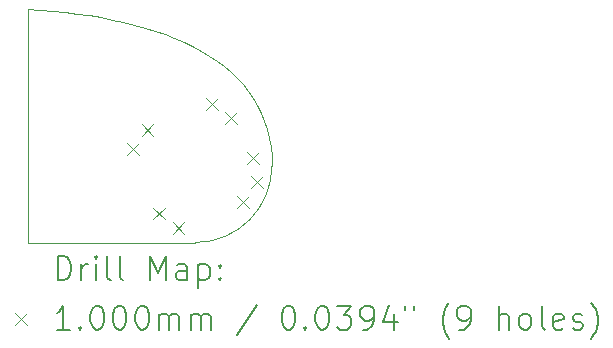
<source format=gbr>
%TF.GenerationSoftware,KiCad,Pcbnew,7.0.5*%
%TF.CreationDate,2023-06-18T14:48:46+02:00*%
%TF.ProjectId,LH_RKJXM1015004_thumb,4c485f52-4b4a-4584-9d31-303135303034,rev?*%
%TF.SameCoordinates,Original*%
%TF.FileFunction,Drillmap*%
%TF.FilePolarity,Positive*%
%FSLAX45Y45*%
G04 Gerber Fmt 4.5, Leading zero omitted, Abs format (unit mm)*
G04 Created by KiCad (PCBNEW 7.0.5) date 2023-06-18 14:48:46*
%MOMM*%
%LPD*%
G01*
G04 APERTURE LIST*
%ADD10C,0.100000*%
%ADD11C,0.200000*%
G04 APERTURE END LIST*
D10*
X7600001Y-4500001D02*
X6181686Y-4500001D01*
X7600001Y-4500001D02*
G75*
G03*
X8250001Y-3850001I-1J650001D01*
G01*
X6181686Y-2520161D02*
X6181686Y-4500001D01*
X6181686Y-2520161D02*
X6289183Y-2528051D01*
X6395148Y-2537625D01*
X6499459Y-2548932D01*
X6601990Y-2562022D01*
X6702619Y-2576942D01*
X6801223Y-2593741D01*
X6897678Y-2612469D01*
X6991861Y-2633174D01*
X7083649Y-2655904D01*
X7172918Y-2680709D01*
X7259545Y-2707637D01*
X7343406Y-2736738D01*
X7424379Y-2768059D01*
X7502340Y-2801650D01*
X7577166Y-2837560D01*
X7648733Y-2875836D01*
X7716918Y-2916529D01*
X7781598Y-2959686D01*
X7842649Y-3005357D01*
X7899949Y-3053591D01*
X7953373Y-3104435D01*
X8002798Y-3157939D01*
X8048102Y-3214152D01*
X8089160Y-3273122D01*
X8125850Y-3334898D01*
X8158048Y-3399529D01*
X8185631Y-3467064D01*
X8208475Y-3537551D01*
X8226458Y-3611040D01*
X8239455Y-3687578D01*
X8247344Y-3767216D01*
X8250001Y-3850001D01*
D11*
D10*
X7024066Y-3659935D02*
X7124066Y-3759935D01*
X7124066Y-3659935D02*
X7024066Y-3759935D01*
X7146271Y-3496638D02*
X7246271Y-3596638D01*
X7246271Y-3496638D02*
X7146271Y-3596638D01*
X7246638Y-4203729D02*
X7346638Y-4303729D01*
X7346638Y-4203729D02*
X7246638Y-4303729D01*
X7409935Y-4325934D02*
X7509935Y-4425934D01*
X7509935Y-4325934D02*
X7409935Y-4425934D01*
X7690065Y-3274066D02*
X7790065Y-3374066D01*
X7790065Y-3274066D02*
X7690065Y-3374066D01*
X7853361Y-3396271D02*
X7953361Y-3496271D01*
X7953361Y-3396271D02*
X7853361Y-3496271D01*
X7953729Y-4103361D02*
X8053729Y-4203362D01*
X8053729Y-4103361D02*
X7953729Y-4203362D01*
X8040811Y-3734964D02*
X8140811Y-3834964D01*
X8140811Y-3734964D02*
X8040811Y-3834964D01*
X8075934Y-3940065D02*
X8175934Y-4040065D01*
X8175934Y-3940065D02*
X8075934Y-4040065D01*
D11*
X6437462Y-4816485D02*
X6437462Y-4616485D01*
X6437462Y-4616485D02*
X6485081Y-4616485D01*
X6485081Y-4616485D02*
X6513653Y-4626009D01*
X6513653Y-4626009D02*
X6532700Y-4645056D01*
X6532700Y-4645056D02*
X6542224Y-4664104D01*
X6542224Y-4664104D02*
X6551748Y-4702199D01*
X6551748Y-4702199D02*
X6551748Y-4730770D01*
X6551748Y-4730770D02*
X6542224Y-4768866D01*
X6542224Y-4768866D02*
X6532700Y-4787913D01*
X6532700Y-4787913D02*
X6513653Y-4806961D01*
X6513653Y-4806961D02*
X6485081Y-4816485D01*
X6485081Y-4816485D02*
X6437462Y-4816485D01*
X6637462Y-4816485D02*
X6637462Y-4683151D01*
X6637462Y-4721247D02*
X6646986Y-4702199D01*
X6646986Y-4702199D02*
X6656510Y-4692675D01*
X6656510Y-4692675D02*
X6675558Y-4683151D01*
X6675558Y-4683151D02*
X6694605Y-4683151D01*
X6761272Y-4816485D02*
X6761272Y-4683151D01*
X6761272Y-4616485D02*
X6751748Y-4626009D01*
X6751748Y-4626009D02*
X6761272Y-4635532D01*
X6761272Y-4635532D02*
X6770796Y-4626009D01*
X6770796Y-4626009D02*
X6761272Y-4616485D01*
X6761272Y-4616485D02*
X6761272Y-4635532D01*
X6885081Y-4816485D02*
X6866034Y-4806961D01*
X6866034Y-4806961D02*
X6856510Y-4787913D01*
X6856510Y-4787913D02*
X6856510Y-4616485D01*
X6989843Y-4816485D02*
X6970796Y-4806961D01*
X6970796Y-4806961D02*
X6961272Y-4787913D01*
X6961272Y-4787913D02*
X6961272Y-4616485D01*
X7218415Y-4816485D02*
X7218415Y-4616485D01*
X7218415Y-4616485D02*
X7285081Y-4759342D01*
X7285081Y-4759342D02*
X7351748Y-4616485D01*
X7351748Y-4616485D02*
X7351748Y-4816485D01*
X7532700Y-4816485D02*
X7532700Y-4711723D01*
X7532700Y-4711723D02*
X7523177Y-4692675D01*
X7523177Y-4692675D02*
X7504129Y-4683151D01*
X7504129Y-4683151D02*
X7466034Y-4683151D01*
X7466034Y-4683151D02*
X7446986Y-4692675D01*
X7532700Y-4806961D02*
X7513653Y-4816485D01*
X7513653Y-4816485D02*
X7466034Y-4816485D01*
X7466034Y-4816485D02*
X7446986Y-4806961D01*
X7446986Y-4806961D02*
X7437462Y-4787913D01*
X7437462Y-4787913D02*
X7437462Y-4768866D01*
X7437462Y-4768866D02*
X7446986Y-4749818D01*
X7446986Y-4749818D02*
X7466034Y-4740294D01*
X7466034Y-4740294D02*
X7513653Y-4740294D01*
X7513653Y-4740294D02*
X7532700Y-4730770D01*
X7627939Y-4683151D02*
X7627939Y-4883151D01*
X7627939Y-4692675D02*
X7646986Y-4683151D01*
X7646986Y-4683151D02*
X7685081Y-4683151D01*
X7685081Y-4683151D02*
X7704129Y-4692675D01*
X7704129Y-4692675D02*
X7713653Y-4702199D01*
X7713653Y-4702199D02*
X7723177Y-4721247D01*
X7723177Y-4721247D02*
X7723177Y-4778389D01*
X7723177Y-4778389D02*
X7713653Y-4797437D01*
X7713653Y-4797437D02*
X7704129Y-4806961D01*
X7704129Y-4806961D02*
X7685081Y-4816485D01*
X7685081Y-4816485D02*
X7646986Y-4816485D01*
X7646986Y-4816485D02*
X7627939Y-4806961D01*
X7808891Y-4797437D02*
X7818415Y-4806961D01*
X7818415Y-4806961D02*
X7808891Y-4816485D01*
X7808891Y-4816485D02*
X7799367Y-4806961D01*
X7799367Y-4806961D02*
X7808891Y-4797437D01*
X7808891Y-4797437D02*
X7808891Y-4816485D01*
X7808891Y-4692675D02*
X7818415Y-4702199D01*
X7818415Y-4702199D02*
X7808891Y-4711723D01*
X7808891Y-4711723D02*
X7799367Y-4702199D01*
X7799367Y-4702199D02*
X7808891Y-4692675D01*
X7808891Y-4692675D02*
X7808891Y-4711723D01*
D10*
X6076686Y-5095001D02*
X6176686Y-5195001D01*
X6176686Y-5095001D02*
X6076686Y-5195001D01*
D11*
X6542224Y-5236485D02*
X6427939Y-5236485D01*
X6485081Y-5236485D02*
X6485081Y-5036485D01*
X6485081Y-5036485D02*
X6466034Y-5065056D01*
X6466034Y-5065056D02*
X6446986Y-5084104D01*
X6446986Y-5084104D02*
X6427939Y-5093628D01*
X6627939Y-5217437D02*
X6637462Y-5226961D01*
X6637462Y-5226961D02*
X6627939Y-5236485D01*
X6627939Y-5236485D02*
X6618415Y-5226961D01*
X6618415Y-5226961D02*
X6627939Y-5217437D01*
X6627939Y-5217437D02*
X6627939Y-5236485D01*
X6761272Y-5036485D02*
X6780320Y-5036485D01*
X6780320Y-5036485D02*
X6799367Y-5046009D01*
X6799367Y-5046009D02*
X6808891Y-5055532D01*
X6808891Y-5055532D02*
X6818415Y-5074580D01*
X6818415Y-5074580D02*
X6827939Y-5112675D01*
X6827939Y-5112675D02*
X6827939Y-5160294D01*
X6827939Y-5160294D02*
X6818415Y-5198389D01*
X6818415Y-5198389D02*
X6808891Y-5217437D01*
X6808891Y-5217437D02*
X6799367Y-5226961D01*
X6799367Y-5226961D02*
X6780320Y-5236485D01*
X6780320Y-5236485D02*
X6761272Y-5236485D01*
X6761272Y-5236485D02*
X6742224Y-5226961D01*
X6742224Y-5226961D02*
X6732700Y-5217437D01*
X6732700Y-5217437D02*
X6723177Y-5198389D01*
X6723177Y-5198389D02*
X6713653Y-5160294D01*
X6713653Y-5160294D02*
X6713653Y-5112675D01*
X6713653Y-5112675D02*
X6723177Y-5074580D01*
X6723177Y-5074580D02*
X6732700Y-5055532D01*
X6732700Y-5055532D02*
X6742224Y-5046009D01*
X6742224Y-5046009D02*
X6761272Y-5036485D01*
X6951748Y-5036485D02*
X6970796Y-5036485D01*
X6970796Y-5036485D02*
X6989843Y-5046009D01*
X6989843Y-5046009D02*
X6999367Y-5055532D01*
X6999367Y-5055532D02*
X7008891Y-5074580D01*
X7008891Y-5074580D02*
X7018415Y-5112675D01*
X7018415Y-5112675D02*
X7018415Y-5160294D01*
X7018415Y-5160294D02*
X7008891Y-5198389D01*
X7008891Y-5198389D02*
X6999367Y-5217437D01*
X6999367Y-5217437D02*
X6989843Y-5226961D01*
X6989843Y-5226961D02*
X6970796Y-5236485D01*
X6970796Y-5236485D02*
X6951748Y-5236485D01*
X6951748Y-5236485D02*
X6932700Y-5226961D01*
X6932700Y-5226961D02*
X6923177Y-5217437D01*
X6923177Y-5217437D02*
X6913653Y-5198389D01*
X6913653Y-5198389D02*
X6904129Y-5160294D01*
X6904129Y-5160294D02*
X6904129Y-5112675D01*
X6904129Y-5112675D02*
X6913653Y-5074580D01*
X6913653Y-5074580D02*
X6923177Y-5055532D01*
X6923177Y-5055532D02*
X6932700Y-5046009D01*
X6932700Y-5046009D02*
X6951748Y-5036485D01*
X7142224Y-5036485D02*
X7161272Y-5036485D01*
X7161272Y-5036485D02*
X7180320Y-5046009D01*
X7180320Y-5046009D02*
X7189843Y-5055532D01*
X7189843Y-5055532D02*
X7199367Y-5074580D01*
X7199367Y-5074580D02*
X7208891Y-5112675D01*
X7208891Y-5112675D02*
X7208891Y-5160294D01*
X7208891Y-5160294D02*
X7199367Y-5198389D01*
X7199367Y-5198389D02*
X7189843Y-5217437D01*
X7189843Y-5217437D02*
X7180320Y-5226961D01*
X7180320Y-5226961D02*
X7161272Y-5236485D01*
X7161272Y-5236485D02*
X7142224Y-5236485D01*
X7142224Y-5236485D02*
X7123177Y-5226961D01*
X7123177Y-5226961D02*
X7113653Y-5217437D01*
X7113653Y-5217437D02*
X7104129Y-5198389D01*
X7104129Y-5198389D02*
X7094605Y-5160294D01*
X7094605Y-5160294D02*
X7094605Y-5112675D01*
X7094605Y-5112675D02*
X7104129Y-5074580D01*
X7104129Y-5074580D02*
X7113653Y-5055532D01*
X7113653Y-5055532D02*
X7123177Y-5046009D01*
X7123177Y-5046009D02*
X7142224Y-5036485D01*
X7294605Y-5236485D02*
X7294605Y-5103151D01*
X7294605Y-5122199D02*
X7304129Y-5112675D01*
X7304129Y-5112675D02*
X7323177Y-5103151D01*
X7323177Y-5103151D02*
X7351748Y-5103151D01*
X7351748Y-5103151D02*
X7370796Y-5112675D01*
X7370796Y-5112675D02*
X7380320Y-5131723D01*
X7380320Y-5131723D02*
X7380320Y-5236485D01*
X7380320Y-5131723D02*
X7389843Y-5112675D01*
X7389843Y-5112675D02*
X7408891Y-5103151D01*
X7408891Y-5103151D02*
X7437462Y-5103151D01*
X7437462Y-5103151D02*
X7456510Y-5112675D01*
X7456510Y-5112675D02*
X7466034Y-5131723D01*
X7466034Y-5131723D02*
X7466034Y-5236485D01*
X7561272Y-5236485D02*
X7561272Y-5103151D01*
X7561272Y-5122199D02*
X7570796Y-5112675D01*
X7570796Y-5112675D02*
X7589843Y-5103151D01*
X7589843Y-5103151D02*
X7618415Y-5103151D01*
X7618415Y-5103151D02*
X7637462Y-5112675D01*
X7637462Y-5112675D02*
X7646986Y-5131723D01*
X7646986Y-5131723D02*
X7646986Y-5236485D01*
X7646986Y-5131723D02*
X7656510Y-5112675D01*
X7656510Y-5112675D02*
X7675558Y-5103151D01*
X7675558Y-5103151D02*
X7704129Y-5103151D01*
X7704129Y-5103151D02*
X7723177Y-5112675D01*
X7723177Y-5112675D02*
X7732701Y-5131723D01*
X7732701Y-5131723D02*
X7732701Y-5236485D01*
X8123177Y-5026961D02*
X7951748Y-5284104D01*
X8380320Y-5036485D02*
X8399367Y-5036485D01*
X8399367Y-5036485D02*
X8418415Y-5046009D01*
X8418415Y-5046009D02*
X8427939Y-5055532D01*
X8427939Y-5055532D02*
X8437463Y-5074580D01*
X8437463Y-5074580D02*
X8446986Y-5112675D01*
X8446986Y-5112675D02*
X8446986Y-5160294D01*
X8446986Y-5160294D02*
X8437463Y-5198389D01*
X8437463Y-5198389D02*
X8427939Y-5217437D01*
X8427939Y-5217437D02*
X8418415Y-5226961D01*
X8418415Y-5226961D02*
X8399367Y-5236485D01*
X8399367Y-5236485D02*
X8380320Y-5236485D01*
X8380320Y-5236485D02*
X8361272Y-5226961D01*
X8361272Y-5226961D02*
X8351748Y-5217437D01*
X8351748Y-5217437D02*
X8342224Y-5198389D01*
X8342224Y-5198389D02*
X8332701Y-5160294D01*
X8332701Y-5160294D02*
X8332701Y-5112675D01*
X8332701Y-5112675D02*
X8342224Y-5074580D01*
X8342224Y-5074580D02*
X8351748Y-5055532D01*
X8351748Y-5055532D02*
X8361272Y-5046009D01*
X8361272Y-5046009D02*
X8380320Y-5036485D01*
X8532701Y-5217437D02*
X8542225Y-5226961D01*
X8542225Y-5226961D02*
X8532701Y-5236485D01*
X8532701Y-5236485D02*
X8523177Y-5226961D01*
X8523177Y-5226961D02*
X8532701Y-5217437D01*
X8532701Y-5217437D02*
X8532701Y-5236485D01*
X8666034Y-5036485D02*
X8685082Y-5036485D01*
X8685082Y-5036485D02*
X8704129Y-5046009D01*
X8704129Y-5046009D02*
X8713653Y-5055532D01*
X8713653Y-5055532D02*
X8723177Y-5074580D01*
X8723177Y-5074580D02*
X8732701Y-5112675D01*
X8732701Y-5112675D02*
X8732701Y-5160294D01*
X8732701Y-5160294D02*
X8723177Y-5198389D01*
X8723177Y-5198389D02*
X8713653Y-5217437D01*
X8713653Y-5217437D02*
X8704129Y-5226961D01*
X8704129Y-5226961D02*
X8685082Y-5236485D01*
X8685082Y-5236485D02*
X8666034Y-5236485D01*
X8666034Y-5236485D02*
X8646986Y-5226961D01*
X8646986Y-5226961D02*
X8637463Y-5217437D01*
X8637463Y-5217437D02*
X8627939Y-5198389D01*
X8627939Y-5198389D02*
X8618415Y-5160294D01*
X8618415Y-5160294D02*
X8618415Y-5112675D01*
X8618415Y-5112675D02*
X8627939Y-5074580D01*
X8627939Y-5074580D02*
X8637463Y-5055532D01*
X8637463Y-5055532D02*
X8646986Y-5046009D01*
X8646986Y-5046009D02*
X8666034Y-5036485D01*
X8799367Y-5036485D02*
X8923177Y-5036485D01*
X8923177Y-5036485D02*
X8856510Y-5112675D01*
X8856510Y-5112675D02*
X8885082Y-5112675D01*
X8885082Y-5112675D02*
X8904129Y-5122199D01*
X8904129Y-5122199D02*
X8913653Y-5131723D01*
X8913653Y-5131723D02*
X8923177Y-5150770D01*
X8923177Y-5150770D02*
X8923177Y-5198389D01*
X8923177Y-5198389D02*
X8913653Y-5217437D01*
X8913653Y-5217437D02*
X8904129Y-5226961D01*
X8904129Y-5226961D02*
X8885082Y-5236485D01*
X8885082Y-5236485D02*
X8827939Y-5236485D01*
X8827939Y-5236485D02*
X8808891Y-5226961D01*
X8808891Y-5226961D02*
X8799367Y-5217437D01*
X9018415Y-5236485D02*
X9056510Y-5236485D01*
X9056510Y-5236485D02*
X9075558Y-5226961D01*
X9075558Y-5226961D02*
X9085082Y-5217437D01*
X9085082Y-5217437D02*
X9104129Y-5188866D01*
X9104129Y-5188866D02*
X9113653Y-5150770D01*
X9113653Y-5150770D02*
X9113653Y-5074580D01*
X9113653Y-5074580D02*
X9104129Y-5055532D01*
X9104129Y-5055532D02*
X9094606Y-5046009D01*
X9094606Y-5046009D02*
X9075558Y-5036485D01*
X9075558Y-5036485D02*
X9037463Y-5036485D01*
X9037463Y-5036485D02*
X9018415Y-5046009D01*
X9018415Y-5046009D02*
X9008891Y-5055532D01*
X9008891Y-5055532D02*
X8999367Y-5074580D01*
X8999367Y-5074580D02*
X8999367Y-5122199D01*
X8999367Y-5122199D02*
X9008891Y-5141247D01*
X9008891Y-5141247D02*
X9018415Y-5150770D01*
X9018415Y-5150770D02*
X9037463Y-5160294D01*
X9037463Y-5160294D02*
X9075558Y-5160294D01*
X9075558Y-5160294D02*
X9094606Y-5150770D01*
X9094606Y-5150770D02*
X9104129Y-5141247D01*
X9104129Y-5141247D02*
X9113653Y-5122199D01*
X9285082Y-5103151D02*
X9285082Y-5236485D01*
X9237463Y-5026961D02*
X9189844Y-5169818D01*
X9189844Y-5169818D02*
X9313653Y-5169818D01*
X9380320Y-5036485D02*
X9380320Y-5074580D01*
X9456510Y-5036485D02*
X9456510Y-5074580D01*
X9751749Y-5312675D02*
X9742225Y-5303151D01*
X9742225Y-5303151D02*
X9723177Y-5274580D01*
X9723177Y-5274580D02*
X9713653Y-5255532D01*
X9713653Y-5255532D02*
X9704129Y-5226961D01*
X9704129Y-5226961D02*
X9694606Y-5179342D01*
X9694606Y-5179342D02*
X9694606Y-5141247D01*
X9694606Y-5141247D02*
X9704129Y-5093628D01*
X9704129Y-5093628D02*
X9713653Y-5065056D01*
X9713653Y-5065056D02*
X9723177Y-5046009D01*
X9723177Y-5046009D02*
X9742225Y-5017437D01*
X9742225Y-5017437D02*
X9751749Y-5007913D01*
X9837463Y-5236485D02*
X9875558Y-5236485D01*
X9875558Y-5236485D02*
X9894606Y-5226961D01*
X9894606Y-5226961D02*
X9904129Y-5217437D01*
X9904129Y-5217437D02*
X9923177Y-5188866D01*
X9923177Y-5188866D02*
X9932701Y-5150770D01*
X9932701Y-5150770D02*
X9932701Y-5074580D01*
X9932701Y-5074580D02*
X9923177Y-5055532D01*
X9923177Y-5055532D02*
X9913653Y-5046009D01*
X9913653Y-5046009D02*
X9894606Y-5036485D01*
X9894606Y-5036485D02*
X9856510Y-5036485D01*
X9856510Y-5036485D02*
X9837463Y-5046009D01*
X9837463Y-5046009D02*
X9827939Y-5055532D01*
X9827939Y-5055532D02*
X9818415Y-5074580D01*
X9818415Y-5074580D02*
X9818415Y-5122199D01*
X9818415Y-5122199D02*
X9827939Y-5141247D01*
X9827939Y-5141247D02*
X9837463Y-5150770D01*
X9837463Y-5150770D02*
X9856510Y-5160294D01*
X9856510Y-5160294D02*
X9894606Y-5160294D01*
X9894606Y-5160294D02*
X9913653Y-5150770D01*
X9913653Y-5150770D02*
X9923177Y-5141247D01*
X9923177Y-5141247D02*
X9932701Y-5122199D01*
X10170796Y-5236485D02*
X10170796Y-5036485D01*
X10256510Y-5236485D02*
X10256510Y-5131723D01*
X10256510Y-5131723D02*
X10246987Y-5112675D01*
X10246987Y-5112675D02*
X10227939Y-5103151D01*
X10227939Y-5103151D02*
X10199368Y-5103151D01*
X10199368Y-5103151D02*
X10180320Y-5112675D01*
X10180320Y-5112675D02*
X10170796Y-5122199D01*
X10380320Y-5236485D02*
X10361272Y-5226961D01*
X10361272Y-5226961D02*
X10351749Y-5217437D01*
X10351749Y-5217437D02*
X10342225Y-5198389D01*
X10342225Y-5198389D02*
X10342225Y-5141247D01*
X10342225Y-5141247D02*
X10351749Y-5122199D01*
X10351749Y-5122199D02*
X10361272Y-5112675D01*
X10361272Y-5112675D02*
X10380320Y-5103151D01*
X10380320Y-5103151D02*
X10408891Y-5103151D01*
X10408891Y-5103151D02*
X10427939Y-5112675D01*
X10427939Y-5112675D02*
X10437463Y-5122199D01*
X10437463Y-5122199D02*
X10446987Y-5141247D01*
X10446987Y-5141247D02*
X10446987Y-5198389D01*
X10446987Y-5198389D02*
X10437463Y-5217437D01*
X10437463Y-5217437D02*
X10427939Y-5226961D01*
X10427939Y-5226961D02*
X10408891Y-5236485D01*
X10408891Y-5236485D02*
X10380320Y-5236485D01*
X10561272Y-5236485D02*
X10542225Y-5226961D01*
X10542225Y-5226961D02*
X10532701Y-5207913D01*
X10532701Y-5207913D02*
X10532701Y-5036485D01*
X10713653Y-5226961D02*
X10694606Y-5236485D01*
X10694606Y-5236485D02*
X10656510Y-5236485D01*
X10656510Y-5236485D02*
X10637463Y-5226961D01*
X10637463Y-5226961D02*
X10627939Y-5207913D01*
X10627939Y-5207913D02*
X10627939Y-5131723D01*
X10627939Y-5131723D02*
X10637463Y-5112675D01*
X10637463Y-5112675D02*
X10656510Y-5103151D01*
X10656510Y-5103151D02*
X10694606Y-5103151D01*
X10694606Y-5103151D02*
X10713653Y-5112675D01*
X10713653Y-5112675D02*
X10723177Y-5131723D01*
X10723177Y-5131723D02*
X10723177Y-5150770D01*
X10723177Y-5150770D02*
X10627939Y-5169818D01*
X10799368Y-5226961D02*
X10818415Y-5236485D01*
X10818415Y-5236485D02*
X10856510Y-5236485D01*
X10856510Y-5236485D02*
X10875558Y-5226961D01*
X10875558Y-5226961D02*
X10885082Y-5207913D01*
X10885082Y-5207913D02*
X10885082Y-5198389D01*
X10885082Y-5198389D02*
X10875558Y-5179342D01*
X10875558Y-5179342D02*
X10856510Y-5169818D01*
X10856510Y-5169818D02*
X10827939Y-5169818D01*
X10827939Y-5169818D02*
X10808891Y-5160294D01*
X10808891Y-5160294D02*
X10799368Y-5141247D01*
X10799368Y-5141247D02*
X10799368Y-5131723D01*
X10799368Y-5131723D02*
X10808891Y-5112675D01*
X10808891Y-5112675D02*
X10827939Y-5103151D01*
X10827939Y-5103151D02*
X10856510Y-5103151D01*
X10856510Y-5103151D02*
X10875558Y-5112675D01*
X10951749Y-5312675D02*
X10961272Y-5303151D01*
X10961272Y-5303151D02*
X10980320Y-5274580D01*
X10980320Y-5274580D02*
X10989844Y-5255532D01*
X10989844Y-5255532D02*
X10999368Y-5226961D01*
X10999368Y-5226961D02*
X11008891Y-5179342D01*
X11008891Y-5179342D02*
X11008891Y-5141247D01*
X11008891Y-5141247D02*
X10999368Y-5093628D01*
X10999368Y-5093628D02*
X10989844Y-5065056D01*
X10989844Y-5065056D02*
X10980320Y-5046009D01*
X10980320Y-5046009D02*
X10961272Y-5017437D01*
X10961272Y-5017437D02*
X10951749Y-5007913D01*
M02*

</source>
